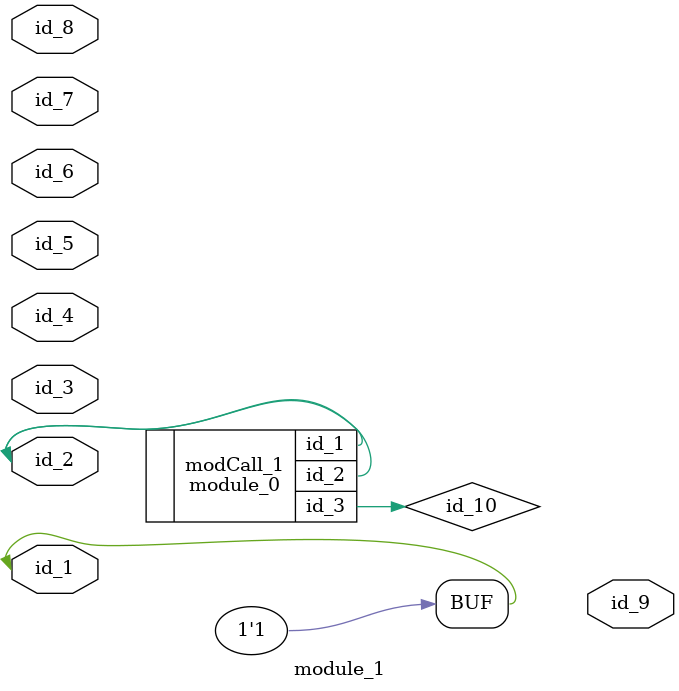
<source format=v>
module module_0 (
    id_1,
    id_2,
    id_3
);
  output wire id_3;
  output wire id_2;
  output wire id_1;
  initial begin : LABEL_0
    id_1 = 1;
  end
  wire id_5;
endmodule
module module_1 (
    id_1,
    id_2,
    id_3,
    id_4,
    id_5,
    id_6,
    id_7,
    id_8,
    id_9
);
  output wire id_9;
  input wire id_8;
  inout wire id_7;
  input wire id_6;
  input wire id_5;
  inout wire id_4;
  input wire id_3;
  inout wire id_2;
  inout wire id_1;
  wire id_10;
  module_0 modCall_1 (
      id_2,
      id_2,
      id_10
  );
  assign id_1 = 1;
  wire id_11;
endmodule

</source>
